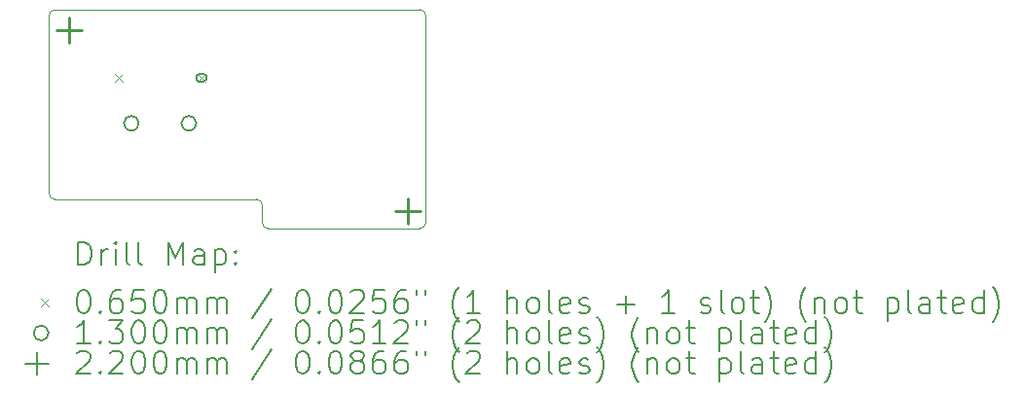
<source format=gbr>
%TF.GenerationSoftware,KiCad,Pcbnew,6.0.11-2627ca5db0~126~ubuntu22.04.1*%
%TF.CreationDate,2023-02-09T23:48:28+01:00*%
%TF.ProjectId,PDLeech,50444c65-6563-4682-9e6b-696361645f70,rev?*%
%TF.SameCoordinates,Original*%
%TF.FileFunction,Drillmap*%
%TF.FilePolarity,Positive*%
%FSLAX45Y45*%
G04 Gerber Fmt 4.5, Leading zero omitted, Abs format (unit mm)*
G04 Created by KiCad (PCBNEW 6.0.11-2627ca5db0~126~ubuntu22.04.1) date 2023-02-09 23:48:28*
%MOMM*%
%LPD*%
G01*
G04 APERTURE LIST*
%ADD10C,0.100000*%
%ADD11C,0.200000*%
%ADD12C,0.065000*%
%ADD13C,0.130000*%
%ADD14C,0.220000*%
G04 APERTURE END LIST*
D10*
X16459200Y-7696200D02*
G75*
G03*
X16510000Y-7645400I0J50800D01*
G01*
X13284200Y-5791200D02*
G75*
G03*
X13233400Y-5842000I0J-50800D01*
G01*
X13233400Y-7391400D02*
G75*
G03*
X13284200Y-7442200I50800J0D01*
G01*
X16510000Y-5842000D02*
X16510000Y-7645400D01*
X13284200Y-5791200D02*
X16459200Y-5791200D01*
X13284200Y-7442200D02*
X15036800Y-7442200D01*
X15087600Y-7645400D02*
G75*
G03*
X15138400Y-7696200I50800J0D01*
G01*
X16510000Y-5842000D02*
G75*
G03*
X16459200Y-5791200I-50800J0D01*
G01*
X16459200Y-7696200D02*
X15138400Y-7696200D01*
X13233400Y-7391400D02*
X13233400Y-5842000D01*
X15087600Y-7493000D02*
G75*
G03*
X15036800Y-7442200I-50800J0D01*
G01*
X15087600Y-7645400D02*
X15087600Y-7493000D01*
D11*
D12*
X13806100Y-6351400D02*
X13871100Y-6416400D01*
X13871100Y-6351400D02*
X13806100Y-6416400D01*
X14526100Y-6351400D02*
X14591100Y-6416400D01*
X14591100Y-6351400D02*
X14526100Y-6416400D01*
D11*
X14543600Y-6416400D02*
X14573600Y-6416400D01*
X14543600Y-6351400D02*
X14573600Y-6351400D01*
X14573600Y-6416400D02*
G75*
G03*
X14573600Y-6351400I0J32500D01*
G01*
X14543600Y-6351400D02*
G75*
G03*
X14543600Y-6416400I0J-32500D01*
G01*
D13*
X14013600Y-6780500D02*
G75*
G03*
X14013600Y-6780500I-65000J0D01*
G01*
X14513600Y-6780500D02*
G75*
G03*
X14513600Y-6780500I-65000J0D01*
G01*
D14*
X13411200Y-5859000D02*
X13411200Y-6079000D01*
X13301200Y-5969000D02*
X13521200Y-5969000D01*
X16357600Y-7433800D02*
X16357600Y-7653800D01*
X16247600Y-7543800D02*
X16467600Y-7543800D01*
D11*
X13486019Y-8011676D02*
X13486019Y-7811676D01*
X13533638Y-7811676D01*
X13562209Y-7821200D01*
X13581257Y-7840248D01*
X13590781Y-7859295D01*
X13600305Y-7897390D01*
X13600305Y-7925962D01*
X13590781Y-7964057D01*
X13581257Y-7983105D01*
X13562209Y-8002152D01*
X13533638Y-8011676D01*
X13486019Y-8011676D01*
X13686019Y-8011676D02*
X13686019Y-7878343D01*
X13686019Y-7916438D02*
X13695543Y-7897390D01*
X13705067Y-7887867D01*
X13724114Y-7878343D01*
X13743162Y-7878343D01*
X13809828Y-8011676D02*
X13809828Y-7878343D01*
X13809828Y-7811676D02*
X13800305Y-7821200D01*
X13809828Y-7830724D01*
X13819352Y-7821200D01*
X13809828Y-7811676D01*
X13809828Y-7830724D01*
X13933638Y-8011676D02*
X13914590Y-8002152D01*
X13905067Y-7983105D01*
X13905067Y-7811676D01*
X14038400Y-8011676D02*
X14019352Y-8002152D01*
X14009828Y-7983105D01*
X14009828Y-7811676D01*
X14266971Y-8011676D02*
X14266971Y-7811676D01*
X14333638Y-7954533D01*
X14400305Y-7811676D01*
X14400305Y-8011676D01*
X14581257Y-8011676D02*
X14581257Y-7906914D01*
X14571733Y-7887867D01*
X14552686Y-7878343D01*
X14514590Y-7878343D01*
X14495543Y-7887867D01*
X14581257Y-8002152D02*
X14562209Y-8011676D01*
X14514590Y-8011676D01*
X14495543Y-8002152D01*
X14486019Y-7983105D01*
X14486019Y-7964057D01*
X14495543Y-7945009D01*
X14514590Y-7935486D01*
X14562209Y-7935486D01*
X14581257Y-7925962D01*
X14676495Y-7878343D02*
X14676495Y-8078343D01*
X14676495Y-7887867D02*
X14695543Y-7878343D01*
X14733638Y-7878343D01*
X14752686Y-7887867D01*
X14762209Y-7897390D01*
X14771733Y-7916438D01*
X14771733Y-7973581D01*
X14762209Y-7992628D01*
X14752686Y-8002152D01*
X14733638Y-8011676D01*
X14695543Y-8011676D01*
X14676495Y-8002152D01*
X14857448Y-7992628D02*
X14866971Y-8002152D01*
X14857448Y-8011676D01*
X14847924Y-8002152D01*
X14857448Y-7992628D01*
X14857448Y-8011676D01*
X14857448Y-7887867D02*
X14866971Y-7897390D01*
X14857448Y-7906914D01*
X14847924Y-7897390D01*
X14857448Y-7887867D01*
X14857448Y-7906914D01*
D12*
X13163400Y-8308700D02*
X13228400Y-8373700D01*
X13228400Y-8308700D02*
X13163400Y-8373700D01*
D11*
X13524114Y-8231676D02*
X13543162Y-8231676D01*
X13562209Y-8241200D01*
X13571733Y-8250724D01*
X13581257Y-8269771D01*
X13590781Y-8307867D01*
X13590781Y-8355486D01*
X13581257Y-8393581D01*
X13571733Y-8412629D01*
X13562209Y-8422152D01*
X13543162Y-8431676D01*
X13524114Y-8431676D01*
X13505067Y-8422152D01*
X13495543Y-8412629D01*
X13486019Y-8393581D01*
X13476495Y-8355486D01*
X13476495Y-8307867D01*
X13486019Y-8269771D01*
X13495543Y-8250724D01*
X13505067Y-8241200D01*
X13524114Y-8231676D01*
X13676495Y-8412629D02*
X13686019Y-8422152D01*
X13676495Y-8431676D01*
X13666971Y-8422152D01*
X13676495Y-8412629D01*
X13676495Y-8431676D01*
X13857448Y-8231676D02*
X13819352Y-8231676D01*
X13800305Y-8241200D01*
X13790781Y-8250724D01*
X13771733Y-8279295D01*
X13762209Y-8317390D01*
X13762209Y-8393581D01*
X13771733Y-8412629D01*
X13781257Y-8422152D01*
X13800305Y-8431676D01*
X13838400Y-8431676D01*
X13857448Y-8422152D01*
X13866971Y-8412629D01*
X13876495Y-8393581D01*
X13876495Y-8345962D01*
X13866971Y-8326914D01*
X13857448Y-8317390D01*
X13838400Y-8307867D01*
X13800305Y-8307867D01*
X13781257Y-8317390D01*
X13771733Y-8326914D01*
X13762209Y-8345962D01*
X14057448Y-8231676D02*
X13962209Y-8231676D01*
X13952686Y-8326914D01*
X13962209Y-8317390D01*
X13981257Y-8307867D01*
X14028876Y-8307867D01*
X14047924Y-8317390D01*
X14057448Y-8326914D01*
X14066971Y-8345962D01*
X14066971Y-8393581D01*
X14057448Y-8412629D01*
X14047924Y-8422152D01*
X14028876Y-8431676D01*
X13981257Y-8431676D01*
X13962209Y-8422152D01*
X13952686Y-8412629D01*
X14190781Y-8231676D02*
X14209828Y-8231676D01*
X14228876Y-8241200D01*
X14238400Y-8250724D01*
X14247924Y-8269771D01*
X14257448Y-8307867D01*
X14257448Y-8355486D01*
X14247924Y-8393581D01*
X14238400Y-8412629D01*
X14228876Y-8422152D01*
X14209828Y-8431676D01*
X14190781Y-8431676D01*
X14171733Y-8422152D01*
X14162209Y-8412629D01*
X14152686Y-8393581D01*
X14143162Y-8355486D01*
X14143162Y-8307867D01*
X14152686Y-8269771D01*
X14162209Y-8250724D01*
X14171733Y-8241200D01*
X14190781Y-8231676D01*
X14343162Y-8431676D02*
X14343162Y-8298343D01*
X14343162Y-8317390D02*
X14352686Y-8307867D01*
X14371733Y-8298343D01*
X14400305Y-8298343D01*
X14419352Y-8307867D01*
X14428876Y-8326914D01*
X14428876Y-8431676D01*
X14428876Y-8326914D02*
X14438400Y-8307867D01*
X14457448Y-8298343D01*
X14486019Y-8298343D01*
X14505067Y-8307867D01*
X14514590Y-8326914D01*
X14514590Y-8431676D01*
X14609828Y-8431676D02*
X14609828Y-8298343D01*
X14609828Y-8317390D02*
X14619352Y-8307867D01*
X14638400Y-8298343D01*
X14666971Y-8298343D01*
X14686019Y-8307867D01*
X14695543Y-8326914D01*
X14695543Y-8431676D01*
X14695543Y-8326914D02*
X14705067Y-8307867D01*
X14724114Y-8298343D01*
X14752686Y-8298343D01*
X14771733Y-8307867D01*
X14781257Y-8326914D01*
X14781257Y-8431676D01*
X15171733Y-8222152D02*
X15000305Y-8479295D01*
X15428876Y-8231676D02*
X15447924Y-8231676D01*
X15466971Y-8241200D01*
X15476495Y-8250724D01*
X15486019Y-8269771D01*
X15495543Y-8307867D01*
X15495543Y-8355486D01*
X15486019Y-8393581D01*
X15476495Y-8412629D01*
X15466971Y-8422152D01*
X15447924Y-8431676D01*
X15428876Y-8431676D01*
X15409828Y-8422152D01*
X15400305Y-8412629D01*
X15390781Y-8393581D01*
X15381257Y-8355486D01*
X15381257Y-8307867D01*
X15390781Y-8269771D01*
X15400305Y-8250724D01*
X15409828Y-8241200D01*
X15428876Y-8231676D01*
X15581257Y-8412629D02*
X15590781Y-8422152D01*
X15581257Y-8431676D01*
X15571733Y-8422152D01*
X15581257Y-8412629D01*
X15581257Y-8431676D01*
X15714590Y-8231676D02*
X15733638Y-8231676D01*
X15752686Y-8241200D01*
X15762209Y-8250724D01*
X15771733Y-8269771D01*
X15781257Y-8307867D01*
X15781257Y-8355486D01*
X15771733Y-8393581D01*
X15762209Y-8412629D01*
X15752686Y-8422152D01*
X15733638Y-8431676D01*
X15714590Y-8431676D01*
X15695543Y-8422152D01*
X15686019Y-8412629D01*
X15676495Y-8393581D01*
X15666971Y-8355486D01*
X15666971Y-8307867D01*
X15676495Y-8269771D01*
X15686019Y-8250724D01*
X15695543Y-8241200D01*
X15714590Y-8231676D01*
X15857448Y-8250724D02*
X15866971Y-8241200D01*
X15886019Y-8231676D01*
X15933638Y-8231676D01*
X15952686Y-8241200D01*
X15962209Y-8250724D01*
X15971733Y-8269771D01*
X15971733Y-8288819D01*
X15962209Y-8317390D01*
X15847924Y-8431676D01*
X15971733Y-8431676D01*
X16152686Y-8231676D02*
X16057448Y-8231676D01*
X16047924Y-8326914D01*
X16057448Y-8317390D01*
X16076495Y-8307867D01*
X16124114Y-8307867D01*
X16143162Y-8317390D01*
X16152686Y-8326914D01*
X16162209Y-8345962D01*
X16162209Y-8393581D01*
X16152686Y-8412629D01*
X16143162Y-8422152D01*
X16124114Y-8431676D01*
X16076495Y-8431676D01*
X16057448Y-8422152D01*
X16047924Y-8412629D01*
X16333638Y-8231676D02*
X16295543Y-8231676D01*
X16276495Y-8241200D01*
X16266971Y-8250724D01*
X16247924Y-8279295D01*
X16238400Y-8317390D01*
X16238400Y-8393581D01*
X16247924Y-8412629D01*
X16257448Y-8422152D01*
X16276495Y-8431676D01*
X16314590Y-8431676D01*
X16333638Y-8422152D01*
X16343162Y-8412629D01*
X16352686Y-8393581D01*
X16352686Y-8345962D01*
X16343162Y-8326914D01*
X16333638Y-8317390D01*
X16314590Y-8307867D01*
X16276495Y-8307867D01*
X16257448Y-8317390D01*
X16247924Y-8326914D01*
X16238400Y-8345962D01*
X16428876Y-8231676D02*
X16428876Y-8269771D01*
X16505067Y-8231676D02*
X16505067Y-8269771D01*
X16800305Y-8507867D02*
X16790781Y-8498343D01*
X16771733Y-8469771D01*
X16762209Y-8450724D01*
X16752686Y-8422152D01*
X16743162Y-8374533D01*
X16743162Y-8336438D01*
X16752686Y-8288819D01*
X16762209Y-8260248D01*
X16771733Y-8241200D01*
X16790781Y-8212628D01*
X16800305Y-8203105D01*
X16981257Y-8431676D02*
X16866971Y-8431676D01*
X16924114Y-8431676D02*
X16924114Y-8231676D01*
X16905067Y-8260248D01*
X16886019Y-8279295D01*
X16866971Y-8288819D01*
X17219352Y-8431676D02*
X17219352Y-8231676D01*
X17305067Y-8431676D02*
X17305067Y-8326914D01*
X17295543Y-8307867D01*
X17276495Y-8298343D01*
X17247924Y-8298343D01*
X17228876Y-8307867D01*
X17219352Y-8317390D01*
X17428876Y-8431676D02*
X17409829Y-8422152D01*
X17400305Y-8412629D01*
X17390781Y-8393581D01*
X17390781Y-8336438D01*
X17400305Y-8317390D01*
X17409829Y-8307867D01*
X17428876Y-8298343D01*
X17457448Y-8298343D01*
X17476495Y-8307867D01*
X17486019Y-8317390D01*
X17495543Y-8336438D01*
X17495543Y-8393581D01*
X17486019Y-8412629D01*
X17476495Y-8422152D01*
X17457448Y-8431676D01*
X17428876Y-8431676D01*
X17609829Y-8431676D02*
X17590781Y-8422152D01*
X17581257Y-8403105D01*
X17581257Y-8231676D01*
X17762210Y-8422152D02*
X17743162Y-8431676D01*
X17705067Y-8431676D01*
X17686019Y-8422152D01*
X17676495Y-8403105D01*
X17676495Y-8326914D01*
X17686019Y-8307867D01*
X17705067Y-8298343D01*
X17743162Y-8298343D01*
X17762210Y-8307867D01*
X17771733Y-8326914D01*
X17771733Y-8345962D01*
X17676495Y-8365009D01*
X17847924Y-8422152D02*
X17866971Y-8431676D01*
X17905067Y-8431676D01*
X17924114Y-8422152D01*
X17933638Y-8403105D01*
X17933638Y-8393581D01*
X17924114Y-8374533D01*
X17905067Y-8365009D01*
X17876495Y-8365009D01*
X17857448Y-8355486D01*
X17847924Y-8336438D01*
X17847924Y-8326914D01*
X17857448Y-8307867D01*
X17876495Y-8298343D01*
X17905067Y-8298343D01*
X17924114Y-8307867D01*
X18171733Y-8355486D02*
X18324114Y-8355486D01*
X18247924Y-8431676D02*
X18247924Y-8279295D01*
X18676495Y-8431676D02*
X18562210Y-8431676D01*
X18619352Y-8431676D02*
X18619352Y-8231676D01*
X18600305Y-8260248D01*
X18581257Y-8279295D01*
X18562210Y-8288819D01*
X18905067Y-8422152D02*
X18924114Y-8431676D01*
X18962210Y-8431676D01*
X18981257Y-8422152D01*
X18990781Y-8403105D01*
X18990781Y-8393581D01*
X18981257Y-8374533D01*
X18962210Y-8365009D01*
X18933638Y-8365009D01*
X18914590Y-8355486D01*
X18905067Y-8336438D01*
X18905067Y-8326914D01*
X18914590Y-8307867D01*
X18933638Y-8298343D01*
X18962210Y-8298343D01*
X18981257Y-8307867D01*
X19105067Y-8431676D02*
X19086019Y-8422152D01*
X19076495Y-8403105D01*
X19076495Y-8231676D01*
X19209829Y-8431676D02*
X19190781Y-8422152D01*
X19181257Y-8412629D01*
X19171733Y-8393581D01*
X19171733Y-8336438D01*
X19181257Y-8317390D01*
X19190781Y-8307867D01*
X19209829Y-8298343D01*
X19238400Y-8298343D01*
X19257448Y-8307867D01*
X19266971Y-8317390D01*
X19276495Y-8336438D01*
X19276495Y-8393581D01*
X19266971Y-8412629D01*
X19257448Y-8422152D01*
X19238400Y-8431676D01*
X19209829Y-8431676D01*
X19333638Y-8298343D02*
X19409829Y-8298343D01*
X19362210Y-8231676D02*
X19362210Y-8403105D01*
X19371733Y-8422152D01*
X19390781Y-8431676D01*
X19409829Y-8431676D01*
X19457448Y-8507867D02*
X19466971Y-8498343D01*
X19486019Y-8469771D01*
X19495543Y-8450724D01*
X19505067Y-8422152D01*
X19514590Y-8374533D01*
X19514590Y-8336438D01*
X19505067Y-8288819D01*
X19495543Y-8260248D01*
X19486019Y-8241200D01*
X19466971Y-8212628D01*
X19457448Y-8203105D01*
X19819352Y-8507867D02*
X19809829Y-8498343D01*
X19790781Y-8469771D01*
X19781257Y-8450724D01*
X19771733Y-8422152D01*
X19762210Y-8374533D01*
X19762210Y-8336438D01*
X19771733Y-8288819D01*
X19781257Y-8260248D01*
X19790781Y-8241200D01*
X19809829Y-8212628D01*
X19819352Y-8203105D01*
X19895543Y-8298343D02*
X19895543Y-8431676D01*
X19895543Y-8317390D02*
X19905067Y-8307867D01*
X19924114Y-8298343D01*
X19952686Y-8298343D01*
X19971733Y-8307867D01*
X19981257Y-8326914D01*
X19981257Y-8431676D01*
X20105067Y-8431676D02*
X20086019Y-8422152D01*
X20076495Y-8412629D01*
X20066971Y-8393581D01*
X20066971Y-8336438D01*
X20076495Y-8317390D01*
X20086019Y-8307867D01*
X20105067Y-8298343D01*
X20133638Y-8298343D01*
X20152686Y-8307867D01*
X20162210Y-8317390D01*
X20171733Y-8336438D01*
X20171733Y-8393581D01*
X20162210Y-8412629D01*
X20152686Y-8422152D01*
X20133638Y-8431676D01*
X20105067Y-8431676D01*
X20228876Y-8298343D02*
X20305067Y-8298343D01*
X20257448Y-8231676D02*
X20257448Y-8403105D01*
X20266971Y-8422152D01*
X20286019Y-8431676D01*
X20305067Y-8431676D01*
X20524114Y-8298343D02*
X20524114Y-8498343D01*
X20524114Y-8307867D02*
X20543162Y-8298343D01*
X20581257Y-8298343D01*
X20600305Y-8307867D01*
X20609829Y-8317390D01*
X20619352Y-8336438D01*
X20619352Y-8393581D01*
X20609829Y-8412629D01*
X20600305Y-8422152D01*
X20581257Y-8431676D01*
X20543162Y-8431676D01*
X20524114Y-8422152D01*
X20733638Y-8431676D02*
X20714590Y-8422152D01*
X20705067Y-8403105D01*
X20705067Y-8231676D01*
X20895543Y-8431676D02*
X20895543Y-8326914D01*
X20886019Y-8307867D01*
X20866971Y-8298343D01*
X20828876Y-8298343D01*
X20809829Y-8307867D01*
X20895543Y-8422152D02*
X20876495Y-8431676D01*
X20828876Y-8431676D01*
X20809829Y-8422152D01*
X20800305Y-8403105D01*
X20800305Y-8384057D01*
X20809829Y-8365009D01*
X20828876Y-8355486D01*
X20876495Y-8355486D01*
X20895543Y-8345962D01*
X20962210Y-8298343D02*
X21038400Y-8298343D01*
X20990781Y-8231676D02*
X20990781Y-8403105D01*
X21000305Y-8422152D01*
X21019352Y-8431676D01*
X21038400Y-8431676D01*
X21181257Y-8422152D02*
X21162210Y-8431676D01*
X21124114Y-8431676D01*
X21105067Y-8422152D01*
X21095543Y-8403105D01*
X21095543Y-8326914D01*
X21105067Y-8307867D01*
X21124114Y-8298343D01*
X21162210Y-8298343D01*
X21181257Y-8307867D01*
X21190781Y-8326914D01*
X21190781Y-8345962D01*
X21095543Y-8365009D01*
X21362210Y-8431676D02*
X21362210Y-8231676D01*
X21362210Y-8422152D02*
X21343162Y-8431676D01*
X21305067Y-8431676D01*
X21286019Y-8422152D01*
X21276495Y-8412629D01*
X21266971Y-8393581D01*
X21266971Y-8336438D01*
X21276495Y-8317390D01*
X21286019Y-8307867D01*
X21305067Y-8298343D01*
X21343162Y-8298343D01*
X21362210Y-8307867D01*
X21438400Y-8507867D02*
X21447924Y-8498343D01*
X21466971Y-8469771D01*
X21476495Y-8450724D01*
X21486019Y-8422152D01*
X21495543Y-8374533D01*
X21495543Y-8336438D01*
X21486019Y-8288819D01*
X21476495Y-8260248D01*
X21466971Y-8241200D01*
X21447924Y-8212628D01*
X21438400Y-8203105D01*
D13*
X13228400Y-8605200D02*
G75*
G03*
X13228400Y-8605200I-65000J0D01*
G01*
D11*
X13590781Y-8695676D02*
X13476495Y-8695676D01*
X13533638Y-8695676D02*
X13533638Y-8495676D01*
X13514590Y-8524248D01*
X13495543Y-8543295D01*
X13476495Y-8552819D01*
X13676495Y-8676629D02*
X13686019Y-8686152D01*
X13676495Y-8695676D01*
X13666971Y-8686152D01*
X13676495Y-8676629D01*
X13676495Y-8695676D01*
X13752686Y-8495676D02*
X13876495Y-8495676D01*
X13809828Y-8571867D01*
X13838400Y-8571867D01*
X13857448Y-8581390D01*
X13866971Y-8590914D01*
X13876495Y-8609962D01*
X13876495Y-8657581D01*
X13866971Y-8676629D01*
X13857448Y-8686152D01*
X13838400Y-8695676D01*
X13781257Y-8695676D01*
X13762209Y-8686152D01*
X13752686Y-8676629D01*
X14000305Y-8495676D02*
X14019352Y-8495676D01*
X14038400Y-8505200D01*
X14047924Y-8514724D01*
X14057448Y-8533771D01*
X14066971Y-8571867D01*
X14066971Y-8619486D01*
X14057448Y-8657581D01*
X14047924Y-8676629D01*
X14038400Y-8686152D01*
X14019352Y-8695676D01*
X14000305Y-8695676D01*
X13981257Y-8686152D01*
X13971733Y-8676629D01*
X13962209Y-8657581D01*
X13952686Y-8619486D01*
X13952686Y-8571867D01*
X13962209Y-8533771D01*
X13971733Y-8514724D01*
X13981257Y-8505200D01*
X14000305Y-8495676D01*
X14190781Y-8495676D02*
X14209828Y-8495676D01*
X14228876Y-8505200D01*
X14238400Y-8514724D01*
X14247924Y-8533771D01*
X14257448Y-8571867D01*
X14257448Y-8619486D01*
X14247924Y-8657581D01*
X14238400Y-8676629D01*
X14228876Y-8686152D01*
X14209828Y-8695676D01*
X14190781Y-8695676D01*
X14171733Y-8686152D01*
X14162209Y-8676629D01*
X14152686Y-8657581D01*
X14143162Y-8619486D01*
X14143162Y-8571867D01*
X14152686Y-8533771D01*
X14162209Y-8514724D01*
X14171733Y-8505200D01*
X14190781Y-8495676D01*
X14343162Y-8695676D02*
X14343162Y-8562343D01*
X14343162Y-8581390D02*
X14352686Y-8571867D01*
X14371733Y-8562343D01*
X14400305Y-8562343D01*
X14419352Y-8571867D01*
X14428876Y-8590914D01*
X14428876Y-8695676D01*
X14428876Y-8590914D02*
X14438400Y-8571867D01*
X14457448Y-8562343D01*
X14486019Y-8562343D01*
X14505067Y-8571867D01*
X14514590Y-8590914D01*
X14514590Y-8695676D01*
X14609828Y-8695676D02*
X14609828Y-8562343D01*
X14609828Y-8581390D02*
X14619352Y-8571867D01*
X14638400Y-8562343D01*
X14666971Y-8562343D01*
X14686019Y-8571867D01*
X14695543Y-8590914D01*
X14695543Y-8695676D01*
X14695543Y-8590914D02*
X14705067Y-8571867D01*
X14724114Y-8562343D01*
X14752686Y-8562343D01*
X14771733Y-8571867D01*
X14781257Y-8590914D01*
X14781257Y-8695676D01*
X15171733Y-8486152D02*
X15000305Y-8743295D01*
X15428876Y-8495676D02*
X15447924Y-8495676D01*
X15466971Y-8505200D01*
X15476495Y-8514724D01*
X15486019Y-8533771D01*
X15495543Y-8571867D01*
X15495543Y-8619486D01*
X15486019Y-8657581D01*
X15476495Y-8676629D01*
X15466971Y-8686152D01*
X15447924Y-8695676D01*
X15428876Y-8695676D01*
X15409828Y-8686152D01*
X15400305Y-8676629D01*
X15390781Y-8657581D01*
X15381257Y-8619486D01*
X15381257Y-8571867D01*
X15390781Y-8533771D01*
X15400305Y-8514724D01*
X15409828Y-8505200D01*
X15428876Y-8495676D01*
X15581257Y-8676629D02*
X15590781Y-8686152D01*
X15581257Y-8695676D01*
X15571733Y-8686152D01*
X15581257Y-8676629D01*
X15581257Y-8695676D01*
X15714590Y-8495676D02*
X15733638Y-8495676D01*
X15752686Y-8505200D01*
X15762209Y-8514724D01*
X15771733Y-8533771D01*
X15781257Y-8571867D01*
X15781257Y-8619486D01*
X15771733Y-8657581D01*
X15762209Y-8676629D01*
X15752686Y-8686152D01*
X15733638Y-8695676D01*
X15714590Y-8695676D01*
X15695543Y-8686152D01*
X15686019Y-8676629D01*
X15676495Y-8657581D01*
X15666971Y-8619486D01*
X15666971Y-8571867D01*
X15676495Y-8533771D01*
X15686019Y-8514724D01*
X15695543Y-8505200D01*
X15714590Y-8495676D01*
X15962209Y-8495676D02*
X15866971Y-8495676D01*
X15857448Y-8590914D01*
X15866971Y-8581390D01*
X15886019Y-8571867D01*
X15933638Y-8571867D01*
X15952686Y-8581390D01*
X15962209Y-8590914D01*
X15971733Y-8609962D01*
X15971733Y-8657581D01*
X15962209Y-8676629D01*
X15952686Y-8686152D01*
X15933638Y-8695676D01*
X15886019Y-8695676D01*
X15866971Y-8686152D01*
X15857448Y-8676629D01*
X16162209Y-8695676D02*
X16047924Y-8695676D01*
X16105067Y-8695676D02*
X16105067Y-8495676D01*
X16086019Y-8524248D01*
X16066971Y-8543295D01*
X16047924Y-8552819D01*
X16238400Y-8514724D02*
X16247924Y-8505200D01*
X16266971Y-8495676D01*
X16314590Y-8495676D01*
X16333638Y-8505200D01*
X16343162Y-8514724D01*
X16352686Y-8533771D01*
X16352686Y-8552819D01*
X16343162Y-8581390D01*
X16228876Y-8695676D01*
X16352686Y-8695676D01*
X16428876Y-8495676D02*
X16428876Y-8533771D01*
X16505067Y-8495676D02*
X16505067Y-8533771D01*
X16800305Y-8771867D02*
X16790781Y-8762343D01*
X16771733Y-8733771D01*
X16762209Y-8714724D01*
X16752686Y-8686152D01*
X16743162Y-8638533D01*
X16743162Y-8600438D01*
X16752686Y-8552819D01*
X16762209Y-8524248D01*
X16771733Y-8505200D01*
X16790781Y-8476629D01*
X16800305Y-8467105D01*
X16866971Y-8514724D02*
X16876495Y-8505200D01*
X16895543Y-8495676D01*
X16943162Y-8495676D01*
X16962210Y-8505200D01*
X16971733Y-8514724D01*
X16981257Y-8533771D01*
X16981257Y-8552819D01*
X16971733Y-8581390D01*
X16857448Y-8695676D01*
X16981257Y-8695676D01*
X17219352Y-8695676D02*
X17219352Y-8495676D01*
X17305067Y-8695676D02*
X17305067Y-8590914D01*
X17295543Y-8571867D01*
X17276495Y-8562343D01*
X17247924Y-8562343D01*
X17228876Y-8571867D01*
X17219352Y-8581390D01*
X17428876Y-8695676D02*
X17409829Y-8686152D01*
X17400305Y-8676629D01*
X17390781Y-8657581D01*
X17390781Y-8600438D01*
X17400305Y-8581390D01*
X17409829Y-8571867D01*
X17428876Y-8562343D01*
X17457448Y-8562343D01*
X17476495Y-8571867D01*
X17486019Y-8581390D01*
X17495543Y-8600438D01*
X17495543Y-8657581D01*
X17486019Y-8676629D01*
X17476495Y-8686152D01*
X17457448Y-8695676D01*
X17428876Y-8695676D01*
X17609829Y-8695676D02*
X17590781Y-8686152D01*
X17581257Y-8667105D01*
X17581257Y-8495676D01*
X17762210Y-8686152D02*
X17743162Y-8695676D01*
X17705067Y-8695676D01*
X17686019Y-8686152D01*
X17676495Y-8667105D01*
X17676495Y-8590914D01*
X17686019Y-8571867D01*
X17705067Y-8562343D01*
X17743162Y-8562343D01*
X17762210Y-8571867D01*
X17771733Y-8590914D01*
X17771733Y-8609962D01*
X17676495Y-8629010D01*
X17847924Y-8686152D02*
X17866971Y-8695676D01*
X17905067Y-8695676D01*
X17924114Y-8686152D01*
X17933638Y-8667105D01*
X17933638Y-8657581D01*
X17924114Y-8638533D01*
X17905067Y-8629010D01*
X17876495Y-8629010D01*
X17857448Y-8619486D01*
X17847924Y-8600438D01*
X17847924Y-8590914D01*
X17857448Y-8571867D01*
X17876495Y-8562343D01*
X17905067Y-8562343D01*
X17924114Y-8571867D01*
X18000305Y-8771867D02*
X18009829Y-8762343D01*
X18028876Y-8733771D01*
X18038400Y-8714724D01*
X18047924Y-8686152D01*
X18057448Y-8638533D01*
X18057448Y-8600438D01*
X18047924Y-8552819D01*
X18038400Y-8524248D01*
X18028876Y-8505200D01*
X18009829Y-8476629D01*
X18000305Y-8467105D01*
X18362210Y-8771867D02*
X18352686Y-8762343D01*
X18333638Y-8733771D01*
X18324114Y-8714724D01*
X18314590Y-8686152D01*
X18305067Y-8638533D01*
X18305067Y-8600438D01*
X18314590Y-8552819D01*
X18324114Y-8524248D01*
X18333638Y-8505200D01*
X18352686Y-8476629D01*
X18362210Y-8467105D01*
X18438400Y-8562343D02*
X18438400Y-8695676D01*
X18438400Y-8581390D02*
X18447924Y-8571867D01*
X18466971Y-8562343D01*
X18495543Y-8562343D01*
X18514590Y-8571867D01*
X18524114Y-8590914D01*
X18524114Y-8695676D01*
X18647924Y-8695676D02*
X18628876Y-8686152D01*
X18619352Y-8676629D01*
X18609829Y-8657581D01*
X18609829Y-8600438D01*
X18619352Y-8581390D01*
X18628876Y-8571867D01*
X18647924Y-8562343D01*
X18676495Y-8562343D01*
X18695543Y-8571867D01*
X18705067Y-8581390D01*
X18714590Y-8600438D01*
X18714590Y-8657581D01*
X18705067Y-8676629D01*
X18695543Y-8686152D01*
X18676495Y-8695676D01*
X18647924Y-8695676D01*
X18771733Y-8562343D02*
X18847924Y-8562343D01*
X18800305Y-8495676D02*
X18800305Y-8667105D01*
X18809829Y-8686152D01*
X18828876Y-8695676D01*
X18847924Y-8695676D01*
X19066971Y-8562343D02*
X19066971Y-8762343D01*
X19066971Y-8571867D02*
X19086019Y-8562343D01*
X19124114Y-8562343D01*
X19143162Y-8571867D01*
X19152686Y-8581390D01*
X19162210Y-8600438D01*
X19162210Y-8657581D01*
X19152686Y-8676629D01*
X19143162Y-8686152D01*
X19124114Y-8695676D01*
X19086019Y-8695676D01*
X19066971Y-8686152D01*
X19276495Y-8695676D02*
X19257448Y-8686152D01*
X19247924Y-8667105D01*
X19247924Y-8495676D01*
X19438400Y-8695676D02*
X19438400Y-8590914D01*
X19428876Y-8571867D01*
X19409829Y-8562343D01*
X19371733Y-8562343D01*
X19352686Y-8571867D01*
X19438400Y-8686152D02*
X19419352Y-8695676D01*
X19371733Y-8695676D01*
X19352686Y-8686152D01*
X19343162Y-8667105D01*
X19343162Y-8648057D01*
X19352686Y-8629010D01*
X19371733Y-8619486D01*
X19419352Y-8619486D01*
X19438400Y-8609962D01*
X19505067Y-8562343D02*
X19581257Y-8562343D01*
X19533638Y-8495676D02*
X19533638Y-8667105D01*
X19543162Y-8686152D01*
X19562210Y-8695676D01*
X19581257Y-8695676D01*
X19724114Y-8686152D02*
X19705067Y-8695676D01*
X19666971Y-8695676D01*
X19647924Y-8686152D01*
X19638400Y-8667105D01*
X19638400Y-8590914D01*
X19647924Y-8571867D01*
X19666971Y-8562343D01*
X19705067Y-8562343D01*
X19724114Y-8571867D01*
X19733638Y-8590914D01*
X19733638Y-8609962D01*
X19638400Y-8629010D01*
X19905067Y-8695676D02*
X19905067Y-8495676D01*
X19905067Y-8686152D02*
X19886019Y-8695676D01*
X19847924Y-8695676D01*
X19828876Y-8686152D01*
X19819352Y-8676629D01*
X19809829Y-8657581D01*
X19809829Y-8600438D01*
X19819352Y-8581390D01*
X19828876Y-8571867D01*
X19847924Y-8562343D01*
X19886019Y-8562343D01*
X19905067Y-8571867D01*
X19981257Y-8771867D02*
X19990781Y-8762343D01*
X20009829Y-8733771D01*
X20019352Y-8714724D01*
X20028876Y-8686152D01*
X20038400Y-8638533D01*
X20038400Y-8600438D01*
X20028876Y-8552819D01*
X20019352Y-8524248D01*
X20009829Y-8505200D01*
X19990781Y-8476629D01*
X19981257Y-8467105D01*
X13128400Y-8769200D02*
X13128400Y-8969200D01*
X13028400Y-8869200D02*
X13228400Y-8869200D01*
X13476495Y-8778724D02*
X13486019Y-8769200D01*
X13505067Y-8759676D01*
X13552686Y-8759676D01*
X13571733Y-8769200D01*
X13581257Y-8778724D01*
X13590781Y-8797771D01*
X13590781Y-8816819D01*
X13581257Y-8845390D01*
X13466971Y-8959676D01*
X13590781Y-8959676D01*
X13676495Y-8940629D02*
X13686019Y-8950152D01*
X13676495Y-8959676D01*
X13666971Y-8950152D01*
X13676495Y-8940629D01*
X13676495Y-8959676D01*
X13762209Y-8778724D02*
X13771733Y-8769200D01*
X13790781Y-8759676D01*
X13838400Y-8759676D01*
X13857448Y-8769200D01*
X13866971Y-8778724D01*
X13876495Y-8797771D01*
X13876495Y-8816819D01*
X13866971Y-8845390D01*
X13752686Y-8959676D01*
X13876495Y-8959676D01*
X14000305Y-8759676D02*
X14019352Y-8759676D01*
X14038400Y-8769200D01*
X14047924Y-8778724D01*
X14057448Y-8797771D01*
X14066971Y-8835867D01*
X14066971Y-8883486D01*
X14057448Y-8921581D01*
X14047924Y-8940629D01*
X14038400Y-8950152D01*
X14019352Y-8959676D01*
X14000305Y-8959676D01*
X13981257Y-8950152D01*
X13971733Y-8940629D01*
X13962209Y-8921581D01*
X13952686Y-8883486D01*
X13952686Y-8835867D01*
X13962209Y-8797771D01*
X13971733Y-8778724D01*
X13981257Y-8769200D01*
X14000305Y-8759676D01*
X14190781Y-8759676D02*
X14209828Y-8759676D01*
X14228876Y-8769200D01*
X14238400Y-8778724D01*
X14247924Y-8797771D01*
X14257448Y-8835867D01*
X14257448Y-8883486D01*
X14247924Y-8921581D01*
X14238400Y-8940629D01*
X14228876Y-8950152D01*
X14209828Y-8959676D01*
X14190781Y-8959676D01*
X14171733Y-8950152D01*
X14162209Y-8940629D01*
X14152686Y-8921581D01*
X14143162Y-8883486D01*
X14143162Y-8835867D01*
X14152686Y-8797771D01*
X14162209Y-8778724D01*
X14171733Y-8769200D01*
X14190781Y-8759676D01*
X14343162Y-8959676D02*
X14343162Y-8826343D01*
X14343162Y-8845390D02*
X14352686Y-8835867D01*
X14371733Y-8826343D01*
X14400305Y-8826343D01*
X14419352Y-8835867D01*
X14428876Y-8854914D01*
X14428876Y-8959676D01*
X14428876Y-8854914D02*
X14438400Y-8835867D01*
X14457448Y-8826343D01*
X14486019Y-8826343D01*
X14505067Y-8835867D01*
X14514590Y-8854914D01*
X14514590Y-8959676D01*
X14609828Y-8959676D02*
X14609828Y-8826343D01*
X14609828Y-8845390D02*
X14619352Y-8835867D01*
X14638400Y-8826343D01*
X14666971Y-8826343D01*
X14686019Y-8835867D01*
X14695543Y-8854914D01*
X14695543Y-8959676D01*
X14695543Y-8854914D02*
X14705067Y-8835867D01*
X14724114Y-8826343D01*
X14752686Y-8826343D01*
X14771733Y-8835867D01*
X14781257Y-8854914D01*
X14781257Y-8959676D01*
X15171733Y-8750152D02*
X15000305Y-9007295D01*
X15428876Y-8759676D02*
X15447924Y-8759676D01*
X15466971Y-8769200D01*
X15476495Y-8778724D01*
X15486019Y-8797771D01*
X15495543Y-8835867D01*
X15495543Y-8883486D01*
X15486019Y-8921581D01*
X15476495Y-8940629D01*
X15466971Y-8950152D01*
X15447924Y-8959676D01*
X15428876Y-8959676D01*
X15409828Y-8950152D01*
X15400305Y-8940629D01*
X15390781Y-8921581D01*
X15381257Y-8883486D01*
X15381257Y-8835867D01*
X15390781Y-8797771D01*
X15400305Y-8778724D01*
X15409828Y-8769200D01*
X15428876Y-8759676D01*
X15581257Y-8940629D02*
X15590781Y-8950152D01*
X15581257Y-8959676D01*
X15571733Y-8950152D01*
X15581257Y-8940629D01*
X15581257Y-8959676D01*
X15714590Y-8759676D02*
X15733638Y-8759676D01*
X15752686Y-8769200D01*
X15762209Y-8778724D01*
X15771733Y-8797771D01*
X15781257Y-8835867D01*
X15781257Y-8883486D01*
X15771733Y-8921581D01*
X15762209Y-8940629D01*
X15752686Y-8950152D01*
X15733638Y-8959676D01*
X15714590Y-8959676D01*
X15695543Y-8950152D01*
X15686019Y-8940629D01*
X15676495Y-8921581D01*
X15666971Y-8883486D01*
X15666971Y-8835867D01*
X15676495Y-8797771D01*
X15686019Y-8778724D01*
X15695543Y-8769200D01*
X15714590Y-8759676D01*
X15895543Y-8845390D02*
X15876495Y-8835867D01*
X15866971Y-8826343D01*
X15857448Y-8807295D01*
X15857448Y-8797771D01*
X15866971Y-8778724D01*
X15876495Y-8769200D01*
X15895543Y-8759676D01*
X15933638Y-8759676D01*
X15952686Y-8769200D01*
X15962209Y-8778724D01*
X15971733Y-8797771D01*
X15971733Y-8807295D01*
X15962209Y-8826343D01*
X15952686Y-8835867D01*
X15933638Y-8845390D01*
X15895543Y-8845390D01*
X15876495Y-8854914D01*
X15866971Y-8864438D01*
X15857448Y-8883486D01*
X15857448Y-8921581D01*
X15866971Y-8940629D01*
X15876495Y-8950152D01*
X15895543Y-8959676D01*
X15933638Y-8959676D01*
X15952686Y-8950152D01*
X15962209Y-8940629D01*
X15971733Y-8921581D01*
X15971733Y-8883486D01*
X15962209Y-8864438D01*
X15952686Y-8854914D01*
X15933638Y-8845390D01*
X16143162Y-8759676D02*
X16105067Y-8759676D01*
X16086019Y-8769200D01*
X16076495Y-8778724D01*
X16057448Y-8807295D01*
X16047924Y-8845390D01*
X16047924Y-8921581D01*
X16057448Y-8940629D01*
X16066971Y-8950152D01*
X16086019Y-8959676D01*
X16124114Y-8959676D01*
X16143162Y-8950152D01*
X16152686Y-8940629D01*
X16162209Y-8921581D01*
X16162209Y-8873962D01*
X16152686Y-8854914D01*
X16143162Y-8845390D01*
X16124114Y-8835867D01*
X16086019Y-8835867D01*
X16066971Y-8845390D01*
X16057448Y-8854914D01*
X16047924Y-8873962D01*
X16333638Y-8759676D02*
X16295543Y-8759676D01*
X16276495Y-8769200D01*
X16266971Y-8778724D01*
X16247924Y-8807295D01*
X16238400Y-8845390D01*
X16238400Y-8921581D01*
X16247924Y-8940629D01*
X16257448Y-8950152D01*
X16276495Y-8959676D01*
X16314590Y-8959676D01*
X16333638Y-8950152D01*
X16343162Y-8940629D01*
X16352686Y-8921581D01*
X16352686Y-8873962D01*
X16343162Y-8854914D01*
X16333638Y-8845390D01*
X16314590Y-8835867D01*
X16276495Y-8835867D01*
X16257448Y-8845390D01*
X16247924Y-8854914D01*
X16238400Y-8873962D01*
X16428876Y-8759676D02*
X16428876Y-8797771D01*
X16505067Y-8759676D02*
X16505067Y-8797771D01*
X16800305Y-9035867D02*
X16790781Y-9026343D01*
X16771733Y-8997771D01*
X16762209Y-8978724D01*
X16752686Y-8950152D01*
X16743162Y-8902533D01*
X16743162Y-8864438D01*
X16752686Y-8816819D01*
X16762209Y-8788248D01*
X16771733Y-8769200D01*
X16790781Y-8740629D01*
X16800305Y-8731105D01*
X16866971Y-8778724D02*
X16876495Y-8769200D01*
X16895543Y-8759676D01*
X16943162Y-8759676D01*
X16962210Y-8769200D01*
X16971733Y-8778724D01*
X16981257Y-8797771D01*
X16981257Y-8816819D01*
X16971733Y-8845390D01*
X16857448Y-8959676D01*
X16981257Y-8959676D01*
X17219352Y-8959676D02*
X17219352Y-8759676D01*
X17305067Y-8959676D02*
X17305067Y-8854914D01*
X17295543Y-8835867D01*
X17276495Y-8826343D01*
X17247924Y-8826343D01*
X17228876Y-8835867D01*
X17219352Y-8845390D01*
X17428876Y-8959676D02*
X17409829Y-8950152D01*
X17400305Y-8940629D01*
X17390781Y-8921581D01*
X17390781Y-8864438D01*
X17400305Y-8845390D01*
X17409829Y-8835867D01*
X17428876Y-8826343D01*
X17457448Y-8826343D01*
X17476495Y-8835867D01*
X17486019Y-8845390D01*
X17495543Y-8864438D01*
X17495543Y-8921581D01*
X17486019Y-8940629D01*
X17476495Y-8950152D01*
X17457448Y-8959676D01*
X17428876Y-8959676D01*
X17609829Y-8959676D02*
X17590781Y-8950152D01*
X17581257Y-8931105D01*
X17581257Y-8759676D01*
X17762210Y-8950152D02*
X17743162Y-8959676D01*
X17705067Y-8959676D01*
X17686019Y-8950152D01*
X17676495Y-8931105D01*
X17676495Y-8854914D01*
X17686019Y-8835867D01*
X17705067Y-8826343D01*
X17743162Y-8826343D01*
X17762210Y-8835867D01*
X17771733Y-8854914D01*
X17771733Y-8873962D01*
X17676495Y-8893010D01*
X17847924Y-8950152D02*
X17866971Y-8959676D01*
X17905067Y-8959676D01*
X17924114Y-8950152D01*
X17933638Y-8931105D01*
X17933638Y-8921581D01*
X17924114Y-8902533D01*
X17905067Y-8893010D01*
X17876495Y-8893010D01*
X17857448Y-8883486D01*
X17847924Y-8864438D01*
X17847924Y-8854914D01*
X17857448Y-8835867D01*
X17876495Y-8826343D01*
X17905067Y-8826343D01*
X17924114Y-8835867D01*
X18000305Y-9035867D02*
X18009829Y-9026343D01*
X18028876Y-8997771D01*
X18038400Y-8978724D01*
X18047924Y-8950152D01*
X18057448Y-8902533D01*
X18057448Y-8864438D01*
X18047924Y-8816819D01*
X18038400Y-8788248D01*
X18028876Y-8769200D01*
X18009829Y-8740629D01*
X18000305Y-8731105D01*
X18362210Y-9035867D02*
X18352686Y-9026343D01*
X18333638Y-8997771D01*
X18324114Y-8978724D01*
X18314590Y-8950152D01*
X18305067Y-8902533D01*
X18305067Y-8864438D01*
X18314590Y-8816819D01*
X18324114Y-8788248D01*
X18333638Y-8769200D01*
X18352686Y-8740629D01*
X18362210Y-8731105D01*
X18438400Y-8826343D02*
X18438400Y-8959676D01*
X18438400Y-8845390D02*
X18447924Y-8835867D01*
X18466971Y-8826343D01*
X18495543Y-8826343D01*
X18514590Y-8835867D01*
X18524114Y-8854914D01*
X18524114Y-8959676D01*
X18647924Y-8959676D02*
X18628876Y-8950152D01*
X18619352Y-8940629D01*
X18609829Y-8921581D01*
X18609829Y-8864438D01*
X18619352Y-8845390D01*
X18628876Y-8835867D01*
X18647924Y-8826343D01*
X18676495Y-8826343D01*
X18695543Y-8835867D01*
X18705067Y-8845390D01*
X18714590Y-8864438D01*
X18714590Y-8921581D01*
X18705067Y-8940629D01*
X18695543Y-8950152D01*
X18676495Y-8959676D01*
X18647924Y-8959676D01*
X18771733Y-8826343D02*
X18847924Y-8826343D01*
X18800305Y-8759676D02*
X18800305Y-8931105D01*
X18809829Y-8950152D01*
X18828876Y-8959676D01*
X18847924Y-8959676D01*
X19066971Y-8826343D02*
X19066971Y-9026343D01*
X19066971Y-8835867D02*
X19086019Y-8826343D01*
X19124114Y-8826343D01*
X19143162Y-8835867D01*
X19152686Y-8845390D01*
X19162210Y-8864438D01*
X19162210Y-8921581D01*
X19152686Y-8940629D01*
X19143162Y-8950152D01*
X19124114Y-8959676D01*
X19086019Y-8959676D01*
X19066971Y-8950152D01*
X19276495Y-8959676D02*
X19257448Y-8950152D01*
X19247924Y-8931105D01*
X19247924Y-8759676D01*
X19438400Y-8959676D02*
X19438400Y-8854914D01*
X19428876Y-8835867D01*
X19409829Y-8826343D01*
X19371733Y-8826343D01*
X19352686Y-8835867D01*
X19438400Y-8950152D02*
X19419352Y-8959676D01*
X19371733Y-8959676D01*
X19352686Y-8950152D01*
X19343162Y-8931105D01*
X19343162Y-8912057D01*
X19352686Y-8893010D01*
X19371733Y-8883486D01*
X19419352Y-8883486D01*
X19438400Y-8873962D01*
X19505067Y-8826343D02*
X19581257Y-8826343D01*
X19533638Y-8759676D02*
X19533638Y-8931105D01*
X19543162Y-8950152D01*
X19562210Y-8959676D01*
X19581257Y-8959676D01*
X19724114Y-8950152D02*
X19705067Y-8959676D01*
X19666971Y-8959676D01*
X19647924Y-8950152D01*
X19638400Y-8931105D01*
X19638400Y-8854914D01*
X19647924Y-8835867D01*
X19666971Y-8826343D01*
X19705067Y-8826343D01*
X19724114Y-8835867D01*
X19733638Y-8854914D01*
X19733638Y-8873962D01*
X19638400Y-8893010D01*
X19905067Y-8959676D02*
X19905067Y-8759676D01*
X19905067Y-8950152D02*
X19886019Y-8959676D01*
X19847924Y-8959676D01*
X19828876Y-8950152D01*
X19819352Y-8940629D01*
X19809829Y-8921581D01*
X19809829Y-8864438D01*
X19819352Y-8845390D01*
X19828876Y-8835867D01*
X19847924Y-8826343D01*
X19886019Y-8826343D01*
X19905067Y-8835867D01*
X19981257Y-9035867D02*
X19990781Y-9026343D01*
X20009829Y-8997771D01*
X20019352Y-8978724D01*
X20028876Y-8950152D01*
X20038400Y-8902533D01*
X20038400Y-8864438D01*
X20028876Y-8816819D01*
X20019352Y-8788248D01*
X20009829Y-8769200D01*
X19990781Y-8740629D01*
X19981257Y-8731105D01*
M02*

</source>
